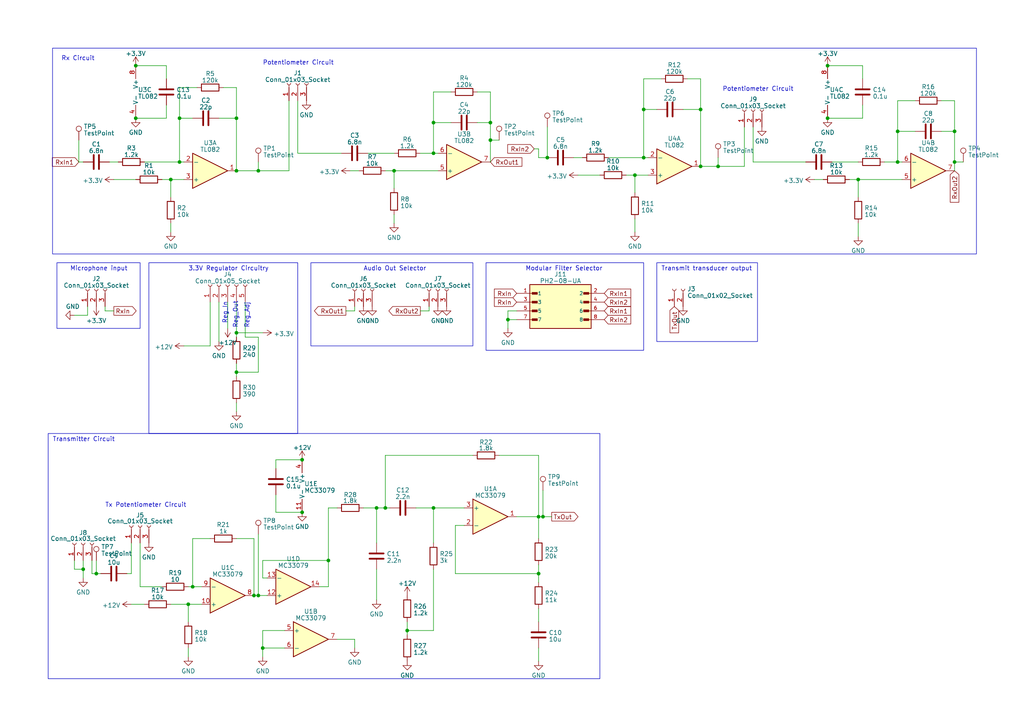
<source format=kicad_sch>
(kicad_sch (version 20230121) (generator eeschema)
  (paper "A4")
  (title_block (title "Ultrasonic Radar Module") (date "2024-09-08") (rev "v2") (company "UCT"))
  (lib_symbols
    (symbol "Amplifier_Operational:MC33079" (pin_names (offset 0.127))
      (property "Reference" "U" (at 0 5.08 0))
      (property "Value" "MC33079" (at 0 -5.08 0))
      (symbol "MC33079_1_1"
        (polyline (pts (xy -5.08 5.08) (xy 5.08 0) (xy -5.08 -5.08) (xy -5.08 5.08)) (stroke (width 0.254)) (fill (type background)))
        (pin output line (at 7.62 0 180) (length 2.54) (name "~") (number "1"))
        (pin input line (at -7.62 -2.54 0) (length 2.54) (name "-") (number "2"))
        (pin input line (at -7.62 2.54 0) (length 2.54) (name "+") (number "3"))
      )
      (symbol "MC33079_2_1"
        (polyline (pts (xy -5.08 5.08) (xy 5.08 0) (xy -5.08 -5.08) (xy -5.08 5.08)) (stroke (width 0.254)) (fill (type background)))
        (pin input line (at -7.62 2.54 0) (length 2.54) (name "+") (number "5"))
        (pin input line (at -7.62 -2.54 0) (length 2.54) (name "-") (number "6"))
        (pin output line (at 7.62 0 180) (length 2.54) (name "~") (number "7"))
      )
      (symbol "MC33079_3_1"
        (polyline (pts (xy -5.08 5.08) (xy 5.08 0) (xy -5.08 -5.08) (xy -5.08 5.08)) (stroke (width 0.254)) (fill (type background)))
        (pin input line (at -7.62 2.54 0) (length 2.54) (name "+") (number "10"))
        (pin output line (at 7.62 0 180) (length 2.54) (name "~") (number "8"))
        (pin input line (at -7.62 -2.54 0) (length 2.54) (name "-") (number "9"))
      )
      (symbol "MC33079_4_1"
        (polyline (pts (xy -5.08 5.08) (xy 5.08 0) (xy -5.08 -5.08) (xy -5.08 5.08)) (stroke (width 0.254)) (fill (type background)))
        (pin input line (at -7.62 2.54 0) (length 2.54) (name "+") (number "12"))
        (pin input line (at -7.62 -2.54 0) (length 2.54) (name "-") (number "13"))
        (pin output line (at 7.62 0 180) (length 2.54) (name "~") (number "14"))
      )
      (symbol "MC33079_5_1"
        (pin power_in line (at -2.54 -7.62 90) (length 3.81) (name "V-") (number "11"))
        (pin power_in line (at -2.54 7.62 270) (length 3.81) (name "V+") (number "4"))
      )
    )
    (symbol "Amplifier_Operational:TL082" (pin_names (offset 0.127))
      (property "Reference" "U" (at 0 5.08 0))
      (property "Value" "TL082" (at 0 -5.08 0))
      (symbol "TL082_1_1"
        (polyline (pts (xy -5.08 5.08) (xy 5.08 0) (xy -5.08 -5.08) (xy -5.08 5.08)) (stroke (width 0.254)) (fill (type background)))
        (pin output line (at 7.62 0 180) (length 2.54) (name "~") (number "1"))
        (pin input line (at -7.62 -2.54 0) (length 2.54) (name "-") (number "2"))
        (pin input line (at -7.62 2.54 0) (length 2.54) (name "+") (number "3"))
      )
      (symbol "TL082_2_1"
        (polyline (pts (xy -5.08 5.08) (xy 5.08 0) (xy -5.08 -5.08) (xy -5.08 5.08)) (stroke (width 0.254)) (fill (type background)))
        (pin input line (at -7.62 2.54 0) (length 2.54) (name "+") (number "5"))
        (pin input line (at -7.62 -2.54 0) (length 2.54) (name "-") (number "6"))
        (pin output line (at 7.62 0 180) (length 2.54) (name "~") (number "7"))
      )
      (symbol "TL082_3_1"
        (pin power_in line (at -2.54 -7.62 90) (length 3.81) (name "V-") (number "4"))
        (pin power_in line (at -2.54 7.62 270) (length 3.81) (name "V+") (number "8"))
      )
    )
    (symbol "Connector:Conn_01x02_Socket" (pin_names (offset 1.016) hide)
      (property "Reference" "J" (at 0 2.54 0))
      (property "Value" "Conn_01x02_Socket" (at 0 -5.08 0))
      (symbol "Conn_01x02_Socket_1_1"
        (arc (start 0 -2.032) (mid -0.5058 -2.54) (end 0 -3.048) (stroke (width 0.1524)))
        (polyline (pts (xy -1.27 -2.54) (xy -0.508 -2.54)) (stroke (width 0.1524)))
        (polyline (pts (xy -1.27 0) (xy -0.508 0)) (stroke (width 0.1524)))
        (arc (start 0 0.508) (mid -0.5058 0) (end 0 -0.508) (stroke (width 0.1524)))
        (pin passive line (at -5.08 0 0) (length 3.81) (name "Pin_1") (number "1"))
        (pin passive line (at -5.08 -2.54 0) (length 3.81) (name "Pin_2") (number "2"))
      )
    )
    (symbol "Connector:Conn_01x03_Socket" (pin_names (offset 1.016) hide)
      (property "Reference" "J" (at 0 5.08 0))
      (property "Value" "Conn_01x03_Socket" (at 0 -5.08 0))
      (symbol "Conn_01x03_Socket_1_1"
        (arc (start 0 -2.032) (mid -0.5058 -2.54) (end 0 -3.048) (stroke (width 0.1524)))
        (polyline (pts (xy -1.27 -2.54) (xy -0.508 -2.54)) (stroke (width 0.1524)))
        (polyline (pts (xy -1.27 0) (xy -0.508 0)) (stroke (width 0.1524)))
        (polyline (pts (xy -1.27 2.54) (xy -0.508 2.54)) (stroke (width 0.1524)))
        (arc (start 0 0.508) (mid -0.5058 0) (end 0 -0.508) (stroke (width 0.1524)))
        (arc (start 0 3.048) (mid -0.5058 2.54) (end 0 2.032) (stroke (width 0.1524)))
        (pin passive line (at -5.08 2.54 0) (length 3.81) (name "Pin_1") (number "1"))
        (pin passive line (at -5.08 0 0) (length 3.81) (name "Pin_2") (number "2"))
        (pin passive line (at -5.08 -2.54 0) (length 3.81) (name "Pin_3") (number "3"))
      )
    )
    (symbol "Connector:Conn_01x05_Socket" (pin_names (offset 1.016) hide)
      (property "Reference" "J" (at 0 7.62 0))
      (property "Value" "Conn_01x05_Socket" (at 0 -7.62 0))
      (symbol "Conn_01x05_Socket_1_1"
        (arc (start 0 -4.572) (mid -0.5058 -5.08) (end 0 -5.588) (stroke (width 0.1524)))
        (arc (start 0 -2.032) (mid -0.5058 -2.54) (end 0 -3.048) (stroke (width 0.1524)))
        (polyline (pts (xy -1.27 -5.08) (xy -0.508 -5.08)) (stroke (width 0.1524)))
        (polyline (pts (xy -1.27 -2.54) (xy -0.508 -2.54)) (stroke (width 0.1524)))
        (polyline (pts (xy -1.27 0) (xy -0.508 0)) (stroke (width 0.1524)))
        (polyline (pts (xy -1.27 2.54) (xy -0.508 2.54)) (stroke (width 0.1524)))
        (polyline (pts (xy -1.27 5.08) (xy -0.508 5.08)) (stroke (width 0.1524)))
        (arc (start 0 0.508) (mid -0.5058 0) (end 0 -0.508) (stroke (width 0.1524)))
        (arc (start 0 3.048) (mid -0.5058 2.54) (end 0 2.032) (stroke (width 0.1524)))
        (arc (start 0 5.588) (mid -0.5058 5.08) (end 0 4.572) (stroke (width 0.1524)))
        (pin passive line (at -5.08 5.08 0) (length 3.81) (name "Pin_1") (number "1"))
        (pin passive line (at -5.08 2.54 0) (length 3.81) (name "Pin_2") (number "2"))
        (pin passive line (at -5.08 0 0) (length 3.81) (name "Pin_3") (number "3"))
        (pin passive line (at -5.08 -2.54 0) (length 3.81) (name "Pin_4") (number "4"))
        (pin passive line (at -5.08 -5.08 0) (length 3.81) (name "Pin_5") (number "5"))
      )
    )
    (symbol "Connector:TestPoint" (pin_numbers hide) (pin_names (offset 0.762) hide)
      (property "Reference" "TP" (at 0 6.858 0))
      (property "Value" "TestPoint" (at 0 5.08 0))
      (symbol "TestPoint_0_1"
        (circle (center 0 3.302) (radius 0.762))
      )
      (symbol "TestPoint_1_1"
        (pin passive line (at 0 0 90) (length 2.54) (name "1") (number "1"))
      )
    )
    (symbol "Device:C" (pin_numbers hide) (pin_names (offset 0.254))
      (property "Reference" "C" (at 0.635 2.54 0))
      (property "Value" "C" (at 0.635 -2.54 0))
      (symbol "C_0_1"
        (polyline (pts (xy -2.032 -0.762) (xy 2.032 -0.762)) (stroke (width 0.508)))
        (polyline (pts (xy -2.032 0.762) (xy 2.032 0.762)) (stroke (width 0.508)))
      )
      (symbol "C_1_1"
        (pin passive line (at 0 3.81 270) (length 2.794) (name "~") (number "1"))
        (pin passive line (at 0 -3.81 90) (length 2.794) (name "~") (number "2"))
      )
    )
    (symbol "Device:R" (pin_numbers hide) (pin_names (offset 0))
      (property "Reference" "R" (at 2.032 0 90))
      (property "Value" "R" (at 0 0 90))
      (symbol "R_0_1"
        (rectangle (start -1.016 -2.54) (end 1.016 2.54) (stroke (width 0.254)))
      )
      (symbol "R_1_1"
        (pin passive line (at 0 3.81 270) (length 1.27) (name "~") (number "1"))
        (pin passive line (at 0 -3.81 90) (length 1.27) (name "~") (number "2"))
      )
    )
    (symbol "PH2-08-UA:PH2-08-UA" (pin_names (offset 1.016))
      (property "Reference" "J" (at -10.16 8.89 0))
      (property "Value" "PH2-08-UA" (at -10.16 -7.62 0))
      (symbol "PH2-08-UA_0_0"
        (rectangle (start -8.89 -5.08) (end 8.89 7.62) (stroke (width 0.254)) (fill (type background)))
        (rectangle (start -8.255 -2.8575) (end -6.6675 -2.2225) (stroke (width 0.1)) (fill (type outline)))
        (rectangle (start -8.255 -0.3175) (end -6.6675 0.3175) (stroke (width 0.1)) (fill (type outline)))
        (rectangle (start -8.255 2.2225) (end -6.6675 2.8575) (stroke (width 0.1)) (fill (type outline)))
        (rectangle (start -8.255 4.7625) (end -6.6675 5.3975) (stroke (width 0.1)) (fill (type outline)))
        (rectangle (start 6.6675 -2.8575) (end 8.255 -2.2225) (stroke (width 0.1)) (fill (type outline)))
        (rectangle (start 6.6675 -0.3175) (end 8.255 0.3175) (stroke (width 0.1)) (fill (type outline)))
        (rectangle (start 6.6675 2.2225) (end 8.255 2.8575) (stroke (width 0.1)) (fill (type outline)))
        (rectangle (start 6.6675 4.7625) (end 8.255 5.3975) (stroke (width 0.1)) (fill (type outline)))
        (pin passive line (at -12.7 5.08 0) (length 5.08) (name "1") (number "1"))
        (pin passive line (at 12.7 5.08 180) (length 5.08) (name "2") (number "2"))
        (pin passive line (at -12.7 2.54 0) (length 5.08) (name "3") (number "3"))
        (pin passive line (at 12.7 2.54 180) (length 5.08) (name "4") (number "4"))
        (pin passive line (at -12.7 0 0) (length 5.08) (name "5") (number "5"))
        (pin passive line (at 12.7 0 180) (length 5.08) (name "6") (number "6"))
        (pin passive line (at -12.7 -2.54 0) (length 5.08) (name "7") (number "7"))
        (pin passive line (at 12.7 -2.54 180) (length 5.08) (name "8") (number "8"))
      )
    )
    (symbol "power:+12V" (power) (pin_names (offset 0))
      (property "Value" "+12V" (at 0 3.556 0))
      (symbol "+12V_0_1"
        (polyline (pts (xy -0.762 1.27) (xy 0 2.54)))
        (polyline (pts (xy 0 0) (xy 0 2.54)))
        (polyline (pts (xy 0 2.54) (xy 0.762 1.27)))
      )
      (symbol "+12V_1_1"
        (pin power_in line (at 0 0 90) (length 0) hide (name "+12V") (number "1"))
      )
    )
    (symbol "power:+3.3V" (power) (pin_names (offset 0))
      (property "Value" "+3.3V" (at 0 3.556 0))
      (symbol "+3.3V_0_1"
        (polyline (pts (xy -0.762 1.27) (xy 0 2.54)))
        (polyline (pts (xy 0 0) (xy 0 2.54)))
        (polyline (pts (xy 0 2.54) (xy 0.762 1.27)))
      )
      (symbol "+3.3V_1_1"
        (pin power_in line (at 0 0 90) (length 0) hide (name "+3.3V") (number "1"))
      )
    )
    (symbol "power:GND" (power) (pin_names (offset 0))
      (property "Value" "GND" (at 0 -3.81 0))
      (symbol "GND_0_1"
        (polyline (pts (xy 0 0) (xy 0 -1.27) (xy 1.27 -1.27) (xy 0 -2.54) (xy -1.27 -1.27) (xy 0 -1.27)))
      )
      (symbol "GND_1_1"
        (pin power_in line (at 0 0 270) (length 0) hide (name "GND") (number "1"))
      )
    )
  )
  (junction (at 39.37 34.29))
  (junction (at 68.58 96.52))
  (junction (at 125.73 44.45))
  (junction (at 184.15 50.8))
  (junction (at 55.88 170.18))
  (junction (at 142.24 35.56))
  (junction (at 260.35 46.99))
  (junction (at 142.24 40.64))
  (junction (at 240.03 34.29))
  (junction (at 158.75 45.72))
  (junction (at 114.3 49.53))
  (junction (at 52.07 34.29))
  (junction (at 156.21 166.37))
  (junction (at 276.86 38.1))
  (junction (at 240.03 19.05))
  (junction (at 87.63 148.59))
  (junction (at 68.58 107.95))
  (junction (at 186.69 31.75))
  (junction (at 68.58 49.53))
  (junction (at 109.22 147.32))
  (junction (at 49.53 52.07))
  (junction (at 54.61 175.26))
  (junction (at 68.58 34.29))
  (junction (at 125.73 147.32))
  (junction (at 76.2 187.96))
  (junction (at 95.25 162.56))
  (junction (at 125.73 35.56))
  (junction (at 208.28 48.26))
  (junction (at 118.11 182.88))
  (junction (at 157.48 149.86))
  (junction (at 260.35 38.1))
  (junction (at 111.76 147.32))
  (junction (at 52.07 46.99))
  (junction (at 203.2 31.75))
  (junction (at 87.63 133.35))
  (junction (at 147.32 92.71))
  (junction (at 24.13 165.1))
  (junction (at 74.93 49.53))
  (junction (at 248.92 52.07))
  (junction (at 156.21 149.86))
  (junction (at 74.93 172.72))
  (junction (at 203.2 48.26))
  (junction (at 276.86 46.99))
  (junction (at 73.66 172.72))
  (junction (at 27.94 166.37))
  (junction (at 186.69 45.72))
  (junction (at 39.37 19.05))
  (wire (pts (xy 63.5 99.06) (xy 63.5 87.63)))
  (wire (pts (xy 184.15 50.8) (xy 184.15 55.88)))
  (wire (pts (xy 27.94 162.56) (xy 27.94 166.37)))
  (wire (pts (xy 73.66 156.21) (xy 73.66 172.72)))
  (wire (pts (xy 125.73 147.32) (xy 125.73 157.48)))
  (wire (pts (xy 218.44 36.83) (xy 218.44 46.99)))
  (wire (pts (xy 236.22 52.07) (xy 238.76 52.07)))
  (wire (pts (xy 250.19 19.05) (xy 250.19 22.86)))
  (wire (pts (xy 166.37 45.72) (xy 168.91 45.72)))
  (wire (pts (xy 186.69 22.86) (xy 186.69 31.75)))
  (wire (pts (xy 63.5 34.29) (xy 68.58 34.29)))
  (wire (pts (xy 33.02 52.07) (xy 39.37 52.07)))
  (wire (pts (xy 132.08 166.37) (xy 132.08 152.4)))
  (wire (pts (xy 276.86 29.21) (xy 276.86 38.1)))
  (wire (pts (xy 147.32 90.17) (xy 149.86 90.17)))
  (wire (pts (xy 157.48 149.86) (xy 160.02 149.86)))
  (wire (pts (xy 186.69 31.75) (xy 190.5 31.75)))
  (wire (pts (xy 208.28 45.72) (xy 208.28 48.26)))
  (wire (pts (xy 48.26 30.48) (xy 48.26 34.29)))
  (wire (pts (xy 80.01 133.35) (xy 87.63 133.35)))
  (wire (pts (xy 260.35 38.1) (xy 260.35 46.99)))
  (wire (pts (xy 138.43 35.56) (xy 142.24 35.56)))
  (wire (pts (xy 52.07 25.4) (xy 57.15 25.4)))
  (wire (pts (xy 248.92 52.07) (xy 248.92 57.15)))
  (wire (pts (xy 68.58 156.21) (xy 73.66 156.21)))
  (wire (pts (xy 46.99 52.07) (xy 49.53 52.07)))
  (wire (pts (xy 248.92 64.77) (xy 248.92 68.58)))
  (wire (pts (xy 125.73 44.45) (xy 127 44.45)))
  (wire (pts (xy 246.38 52.07) (xy 248.92 52.07)))
  (wire (pts (xy 276.86 38.1) (xy 276.86 46.99)))
  (wire (pts (xy 52.07 34.29) (xy 52.07 46.99)))
  (wire (pts (xy 68.58 87.63) (xy 68.58 96.52)))
  (wire (pts (xy 114.3 62.23) (xy 114.3 64.77)))
  (wire (pts (xy 60.96 87.63) (xy 60.96 100.33)))
  (wire (pts (xy 256.54 46.99) (xy 260.35 46.99)))
  (wire (pts (xy 105.41 147.32) (xy 109.22 147.32)))
  (wire (pts (xy 73.66 172.72) (xy 74.93 172.72)))
  (wire (pts (xy 74.93 46.99) (xy 74.93 49.53)))
  (wire (pts (xy 68.58 107.95) (xy 68.58 105.41)))
  (wire (pts (xy 156.21 187.96) (xy 156.21 191.77)))
  (wire (pts (xy 53.34 100.33) (xy 60.96 100.33)))
  (wire (pts (xy 142.24 40.64) (xy 142.24 46.99)))
  (wire (pts (xy 111.76 147.32) (xy 113.03 147.32)))
  (wire (pts (xy 24.13 162.56) (xy 24.13 165.1)))
  (wire (pts (xy 68.58 96.52) (xy 76.2 96.52)))
  (wire (pts (xy 26.67 162.56) (xy 26.67 166.37)))
  (wire (pts (xy 101.6 49.53) (xy 104.14 49.53)))
  (wire (pts (xy 71.12 87.63) (xy 71.12 97.79)))
  (wire (pts (xy 273.05 29.21) (xy 276.86 29.21)))
  (wire (pts (xy 240.03 19.05) (xy 250.19 19.05)))
  (wire (pts (xy 48.26 19.05) (xy 39.37 19.05)))
  (wire (pts (xy 86.36 44.45) (xy 99.06 44.45)))
  (wire (pts (xy 76.2 182.88) (xy 76.2 187.96)))
  (wire (pts (xy 156.21 163.83) (xy 156.21 166.37)))
  (wire (pts (xy 118.11 182.88) (xy 118.11 184.15)))
  (wire (pts (xy 83.82 29.21) (xy 83.82 49.53)))
  (wire (pts (xy 215.9 36.83) (xy 215.9 48.26)))
  (wire (pts (xy 132.08 152.4) (xy 134.62 152.4)))
  (wire (pts (xy 154.94 43.18) (xy 156.21 43.18)))
  (wire (pts (xy 125.73 147.32) (xy 134.62 147.32)))
  (wire (pts (xy 33.02 90.17) (xy 30.48 90.17)))
  (wire (pts (xy 95.25 147.32) (xy 95.25 162.56)))
  (wire (pts (xy 38.1 175.26) (xy 41.91 175.26)))
  (wire (pts (xy 22.86 40.64) (xy 22.86 46.99)))
  (wire (pts (xy 156.21 43.18) (xy 156.21 45.72)))
  (wire (pts (xy 158.75 36.83) (xy 158.75 45.72)))
  (wire (pts (xy 24.13 165.1) (xy 24.13 167.64)))
  (wire (pts (xy 147.32 92.71) (xy 147.32 90.17)))
  (wire (pts (xy 125.73 26.67) (xy 130.81 26.67)))
  (wire (pts (xy 118.11 180.34) (xy 118.11 182.88)))
  (wire (pts (xy 111.76 132.08) (xy 111.76 147.32)))
  (wire (pts (xy 38.1 157.48) (xy 38.1 166.37)))
  (wire (pts (xy 66.04 87.63) (xy 66.04 95.25)))
  (wire (pts (xy 26.67 166.37) (xy 27.94 166.37)))
  (wire (pts (xy 25.4 91.44) (xy 25.4 88.9)))
  (wire (pts (xy 125.73 165.1) (xy 125.73 182.88)))
  (wire (pts (xy 74.93 154.94) (xy 74.93 172.72)))
  (wire (pts (xy 76.2 167.64) (xy 77.47 167.64)))
  (wire (pts (xy 156.21 45.72) (xy 158.75 45.72)))
  (wire (pts (xy 203.2 48.26) (xy 208.28 48.26)))
  (wire (pts (xy 52.07 34.29) (xy 55.88 34.29)))
  (wire (pts (xy 86.36 29.21) (xy 86.36 44.45)))
  (wire (pts (xy 156.21 149.86) (xy 156.21 156.21)))
  (wire (pts (xy 82.55 182.88) (xy 76.2 182.88)))
  (wire (pts (xy 125.73 35.56) (xy 130.81 35.56)))
  (wire (pts (xy 76.2 187.96) (xy 82.55 187.96)))
  (wire (pts (xy 203.2 31.75) (xy 203.2 48.26)))
  (wire (pts (xy 208.28 48.26) (xy 215.9 48.26)))
  (wire (pts (xy 54.61 175.26) (xy 58.42 175.26)))
  (wire (pts (xy 80.01 143.51) (xy 80.01 148.59)))
  (wire (pts (xy 241.3 46.99) (xy 248.92 46.99)))
  (wire (pts (xy 157.48 142.24) (xy 157.48 149.86)))
  (wire (pts (xy 36.83 166.37) (xy 38.1 166.37)))
  (wire (pts (xy 260.35 46.99) (xy 261.62 46.99)))
  (wire (pts (xy 147.32 95.25) (xy 147.32 92.71)))
  (wire (pts (xy 147.32 92.71) (xy 149.86 92.71)))
  (wire (pts (xy 95.25 147.32) (xy 97.79 147.32)))
  (wire (pts (xy 260.35 29.21) (xy 260.35 38.1)))
  (wire (pts (xy 142.24 40.64) (xy 144.78 40.64)))
  (wire (pts (xy 41.91 46.99) (xy 52.07 46.99)))
  (wire (pts (xy 68.58 107.95) (xy 68.58 109.22)))
  (wire (pts (xy 125.73 35.56) (xy 125.73 44.45)))
  (wire (pts (xy 184.15 63.5) (xy 184.15 67.31)))
  (wire (pts (xy 248.92 52.07) (xy 261.62 52.07)))
  (wire (pts (xy 68.58 116.84) (xy 68.58 119.38)))
  (wire (pts (xy 118.11 182.88) (xy 125.73 182.88)))
  (wire (pts (xy 156.21 149.86) (xy 156.21 132.08)))
  (wire (pts (xy 48.26 19.05) (xy 48.26 22.86)))
  (wire (pts (xy 156.21 149.86) (xy 157.48 149.86)))
  (wire (pts (xy 156.21 166.37) (xy 156.21 168.91)))
  (wire (pts (xy 68.58 49.53) (xy 74.93 49.53)))
  (wire (pts (xy 250.19 30.48) (xy 250.19 34.29)))
  (wire (pts (xy 49.53 175.26) (xy 54.61 175.26)))
  (wire (pts (xy 54.61 187.96) (xy 54.61 190.5)))
  (wire (pts (xy 49.53 64.77) (xy 49.53 67.31)))
  (wire (pts (xy 142.24 35.56) (xy 142.24 40.64)))
  (wire (pts (xy 71.12 97.79) (xy 74.93 97.79)))
  (wire (pts (xy 181.61 50.8) (xy 184.15 50.8)))
  (wire (pts (xy 114.3 49.53) (xy 127 49.53)))
  (wire (pts (xy 49.53 52.07) (xy 53.34 52.07)))
  (wire (pts (xy 80.01 148.59) (xy 87.63 148.59)))
  (wire (pts (xy 109.22 147.32) (xy 111.76 147.32)))
  (wire (pts (xy 156.21 176.53) (xy 156.21 180.34)))
  (wire (pts (xy 102.87 185.42) (xy 102.87 187.96)))
  (wire (pts (xy 74.93 49.53) (xy 83.82 49.53)))
  (wire (pts (xy 40.64 170.18) (xy 46.99 170.18)))
  (wire (pts (xy 76.2 162.56) (xy 76.2 167.64)))
  (wire (pts (xy 64.77 25.4) (xy 68.58 25.4)))
  (wire (pts (xy 55.88 156.21) (xy 60.96 156.21)))
  (wire (pts (xy 260.35 38.1) (xy 265.43 38.1)))
  (wire (pts (xy 21.59 165.1) (xy 24.13 165.1)))
  (wire (pts (xy 276.86 46.99) (xy 279.4 46.99)))
  (wire (pts (xy 97.79 185.42) (xy 102.87 185.42)))
  (wire (pts (xy 52.07 25.4) (xy 52.07 34.29)))
  (wire (pts (xy 137.16 132.08) (xy 111.76 132.08)))
  (wire (pts (xy 124.46 90.17) (xy 124.46 88.9)))
  (wire (pts (xy 95.25 162.56) (xy 95.25 170.18)))
  (wire (pts (xy 102.87 90.17) (xy 102.87 88.9)))
  (wire (pts (xy 121.92 90.17) (xy 124.46 90.17)))
  (wire (pts (xy 125.73 26.67) (xy 125.73 35.56)))
  (wire (pts (xy 68.58 96.52) (xy 68.58 97.79)))
  (wire (pts (xy 156.21 166.37) (xy 132.08 166.37)))
  (wire (pts (xy 167.64 50.8) (xy 173.99 50.8)))
  (wire (pts (xy 68.58 25.4) (xy 68.58 34.29)))
  (wire (pts (xy 203.2 31.75) (xy 198.12 31.75)))
  (wire (pts (xy 48.26 34.29) (xy 39.37 34.29)))
  (wire (pts (xy 120.65 147.32) (xy 125.73 147.32)))
  (wire (pts (xy 55.88 170.18) (xy 55.88 156.21)))
  (wire (pts (xy 54.61 175.26) (xy 54.61 180.34)))
  (wire (pts (xy 27.94 166.37) (xy 29.21 166.37)))
  (wire (pts (xy 106.68 44.45) (xy 114.3 44.45)))
  (wire (pts (xy 49.53 52.07) (xy 49.53 57.15)))
  (wire (pts (xy 54.61 170.18) (xy 55.88 170.18)))
  (wire (pts (xy 92.71 170.18) (xy 95.25 170.18)))
  (wire (pts (xy 111.76 49.53) (xy 114.3 49.53)))
  (wire (pts (xy 76.2 187.96) (xy 76.2 190.5)))
  (wire (pts (xy 74.93 97.79) (xy 74.93 107.95)))
  (wire (pts (xy 176.53 45.72) (xy 186.69 45.72)))
  (wire (pts (xy 186.69 31.75) (xy 186.69 45.72)))
  (wire (pts (xy 203.2 22.86) (xy 203.2 31.75)))
  (wire (pts (xy 68.58 34.29) (xy 68.58 49.53)))
  (wire (pts (xy 22.86 46.99) (xy 24.13 46.99)))
  (wire (pts (xy 109.22 147.32) (xy 109.22 157.48)))
  (wire (pts (xy 186.69 45.72) (xy 187.96 45.72)))
  (wire (pts (xy 250.19 34.29) (xy 240.03 34.29)))
  (wire (pts (xy 276.86 46.99) (xy 276.86 49.53)))
  (wire (pts (xy 121.92 44.45) (xy 125.73 44.45)))
  (wire (pts (xy 260.35 29.21) (xy 265.43 29.21)))
  (wire (pts (xy 80.01 133.35) (xy 80.01 135.89)))
  (wire (pts (xy 21.59 162.56) (xy 21.59 165.1)))
  (wire (pts (xy 52.07 46.99) (xy 53.34 46.99)))
  (wire (pts (xy 199.39 22.86) (xy 203.2 22.86)))
  (wire (pts (xy 149.86 149.86) (xy 156.21 149.86)))
  (wire (pts (xy 40.64 157.48) (xy 40.64 170.18)))
  (wire (pts (xy 186.69 22.86) (xy 191.77 22.86)))
  (wire (pts (xy 218.44 46.99) (xy 233.68 46.99)))
  (wire (pts (xy 109.22 165.1) (xy 109.22 173.99)))
  (wire (pts (xy 184.15 50.8) (xy 187.96 50.8)))
  (wire (pts (xy 74.93 107.95) (xy 68.58 107.95)))
  (wire (pts (xy 74.93 172.72) (xy 77.47 172.72)))
  (wire (pts (xy 142.24 26.67) (xy 142.24 35.56)))
  (wire (pts (xy 30.48 90.17) (xy 30.48 88.9)))
  (wire (pts (xy 273.05 38.1) (xy 276.86 38.1)))
  (wire (pts (xy 31.75 46.99) (xy 34.29 46.99)))
  (wire (pts (xy 138.43 26.67) (xy 142.24 26.67)))
  (wire (pts (xy 76.2 162.56) (xy 95.25 162.56)))
  (wire (pts (xy 156.21 132.08) (xy 144.78 132.08)))
  (wire (pts (xy 114.3 49.53) (xy 114.3 54.61)))
  (wire (pts (xy 21.59 91.44) (xy 25.4 91.44)))
  (wire (pts (xy 100.33 90.17) (xy 102.87 90.17)))
  (wire (pts (xy 55.88 170.18) (xy 58.42 170.18)))
  (rectangle (start 43.18 76.2) (end 86.36 125.73))
  (rectangle (start 15.24 13.97) (end 283.21 73.66))
  (rectangle (start 90.17 76.2) (end 137.16 100.33))
  (rectangle (start 140.97 76.2) (end 186.69 101.6))
  (rectangle (start 16.51 76.2) (end 40.64 95.25))
  (rectangle (start 13.97 125.73) (end 173.99 196.85))
  (rectangle (start 190.5 76.2) (end 219.71 99.06))
  (text "Rx Circuit\n" (at 17.78 17.78 0) (effects (font (size 1.27 1.27)) (justify left bottom)))
  (text "Reg_In\n" (at 66.04 93.98 90) (effects (font (size 1.27 1.27)) (justify left bottom)))
  (text "Tx Potentiometer Circuit \n" (at 30.48 147.32 0) (effects (font (size 1.27 1.27)) (justify left bottom)))
  (text "Transmit transducer output\n" (at 191.77 78.74 0) (effects (font (size 1.27 1.27)) (justify left bottom)))
  (text "3.3V Regulator Circuitry\n" (at 54.61 78.74 0) (effects (font (size 1.27 1.27)) (justify left bottom)))
  (text "Potentiometer Circuit\n" (at 209.55 26.67 0) (effects (font (size 1.27 1.27)) (justify left bottom)))
  (text "Reg_Adj" (at 72.39 95.25 90) (effects (font (size 1.27 1.27)) (justify left bottom)))
  (text "Potentiometer Circuit\n" (at 76.2 19.05 0) (effects (font (size 1.27 1.27)) (justify left bottom)))
  (text "Modular Filter Selector\n" (at 152.4 78.74 0) (effects (font (size 1.27 1.27)) (justify left bottom)))
  (text "Microphone input\n" (at 20.32 78.74 0) (effects (font (size 1.27 1.27)) (justify left bottom)))
  (text "Reg_Out\n\n" (at 71.12 95.25 90) (effects (font (size 1.27 1.27)) (justify left bottom)))
  (text "Transmitter Circuit" (at 15.24 128.27 0) (effects (font (size 1.27 1.27)) (justify left bottom)))
  (text "Audio Out Selector\n" (at 105.41 78.74 0) (effects (font (size 1.27 1.27)) (justify left bottom)))
  (global_label "RxIn1" (shape input) (at 22.86 46.99 180) (property "Intersheetrefs" "${INTERSHEET_REFS}" (effects hide)))
  (global_label "RxIn" (shape input) (at 149.86 85.09 180) (property "Intersheetrefs" "${INTERSHEET_REFS}" (effects hide)))
  (global_label "TxOut" (shape input) (at 195.58 88.9 270) (property "Intersheetrefs" "${INTERSHEET_REFS}" (effects hide)))
  (global_label "TxOut" (shape output) (at 160.02 149.86 0) (property "Intersheetrefs" "${INTERSHEET_REFS}" (effects hide)))
  (global_label "RxOut2" (shape input) (at 276.86 49.53 270) (property "Intersheetrefs" "${INTERSHEET_REFS}" (effects hide)))
  (global_label "RxIn1" (shape input) (at 175.26 85.09 0) (property "Intersheetrefs" "${INTERSHEET_REFS}" (effects hide)))
  (global_label "RxIn" (shape input) (at 149.86 87.63 180) (property "Intersheetrefs" "${INTERSHEET_REFS}" (effects hide)))
  (global_label "RxIn1" (shape input) (at 175.26 90.17 0) (property "Intersheetrefs" "${INTERSHEET_REFS}" (effects hide)))
  (global_label "RxIn2" (shape input) (at 175.26 87.63 0) (property "Intersheetrefs" "${INTERSHEET_REFS}" (effects hide)))
  (global_label "RxIn2" (shape input) (at 154.94 43.18 180) (property "Intersheetrefs" "${INTERSHEET_REFS}" (effects hide)))
  (global_label "RxOut1" (shape input) (at 142.24 46.99 0) (property "Intersheetrefs" "${INTERSHEET_REFS}" (effects hide)))
  (global_label "RxIn2" (shape input) (at 175.26 92.71 0) (property "Intersheetrefs" "${INTERSHEET_REFS}" (effects hide)))
  (global_label "RxOut1" (shape output) (at 100.33 90.17 180) (property "Intersheetrefs" "${INTERSHEET_REFS}" (effects hide)))
  (global_label "RxOut2" (shape output) (at 121.92 90.17 180) (property "Intersheetrefs" "${INTERSHEET_REFS}" (effects hide)))
  (global_label "RxIn" (shape output) (at 33.02 90.17 0) (property "Intersheetrefs" "${INTERSHEET_REFS}" (effects hide)))
  (symbol (lib_id "Connector:Conn_01x05_Socket") (at 66.04 82.55 90) (unit 1)
    (property "Reference" "J4" (at 66.04 79.5909 90))
    (property "Value" "Conn_01x05_Socket" (at 66.04 81.5119 90))
    (property "Footprint" "Connector_PinSocket_1.00mm:PinSocket_1x05_P1.00mm_Vertical" (effects hide))
  )
  (symbol (lib_id "Connector:TestPoint") (at 208.28 45.72 0) (unit 1)
    (property "Reference" "TP3" (at 209.677 41.7743 0) (effects (justify left)))
    (property "Value" "TestPoint" (at 209.677 43.6953 0) (effects (justify left)))
    (property "Footprint" "TestPoint:TestPoint_Pad_D1.0mm" (effects hide))
  )
  (symbol (lib_id "Connector:Conn_01x03_Socket") (at 24.13 157.48 90) (unit 1)
    (property "Reference" "J8" (at 24.13 154.5209 90))
    (property "Value" "Conn_01x03_Socket" (at 24.13 156.21 90))
    (property "Footprint" "Connector_PinSocket_1.00mm:PinSocket_1x03_P1.00mm_Vertical" (effects hide))
  )
  (symbol (lib_id "power:+3.3V") (at 33.02 52.07 90) (unit 1)
    (property "Reference" "#PWR06" (effects hide))
    (property "Value" "+3.3V" (at 29.845 52.3868 90) (effects (justify left)))
  )
  (symbol (lib_id "power:GND") (at 39.37 34.29 0) (unit 1)
    (property "Reference" "#PWR038" (effects hide))
    (property "Value" "GND" (at 39.37 38.4255 0))
  )
  (symbol (lib_id "Device:C") (at 194.31 31.75 90) (unit 1)
    (property "Reference" "C6" (at 194.31 26.5811 90))
    (property "Value" "22p" (at 194.31 28.5021 90))
    (property "Footprint" "Capacitor_SMD:C_0805_2012Metric" (effects hide))
    (property "Part No." "C1804" (effects hide))
  )
  (symbol (lib_id "Device:R") (at 269.24 29.21 270) (unit 1)
    (property "Reference" "R16" (at 269.24 25.1841 90))
    (property "Value" "120k" (at 269.24 27.1051 90))
    (property "Footprint" "Resistor_SMD:R_0201_0603Metric" (effects hide))
    (property "Part No." "C25808" (effects hide))
  )
  (symbol (lib_id "Connector:Conn_01x03_Socket") (at 40.64 152.4 90) (unit 1)
    (property "Reference" "J5" (at 40.64 149.4409 90))
    (property "Value" "Conn_01x03_Socket" (at 40.64 151.13 90))
    (property "Footprint" "Connector_PinSocket_1.00mm:PinSocket_1x03_P1.00mm_Vertical" (effects hide))
  )
  (symbol (lib_id "Connector:Conn_01x03_Socket") (at 127 83.82 90) (unit 1)
    (property "Reference" "J7" (at 127 80.8609 90))
    (property "Value" "Conn_01x03_Socket" (at 127 82.7819 90))
    (property "Footprint" "Connector_PinSocket_1.00mm:PinSocket_1x03_P1.00mm_Vertical" (effects hide))
  )
  (symbol (lib_id "power:GND") (at 156.21 191.77 0) (unit 1)
    (property "Reference" "#PWR014" (effects hide))
    (property "Value" "GND" (at 156.21 195.9055 0))
  )
  (symbol (lib_id "PH2-08-UA:PH2-08-UA") (at 162.56 90.17 0) (unit 1)
    (property "Reference" "J11" (at 162.56 79.5401 0))
    (property "Value" "PH2-08-UA" (at 162.56 81.4611 0))
    (property "Footprint" "PH2_08_UA:ADAM_PH2-08-UA" (effects hide))
    (property "PARTREV" "4/4/05" (effects hide))
    (property "STANDARD" "Manufacturer Recommendations" (effects hide))
    (property "MAXIMUM_PACKAGE_HEIGHT" "8.5mm" (effects hide))
    (property "MANUFACTURER" "Adam Tech" (effects hide))
  )
  (symbol (lib_id "Device:R") (at 68.58 101.6 0) (unit 1)
    (property "Reference" "R29" (at 70.358 100.9563 0) (effects (justify left)))
    (property "Value" "240" (at 70.358 102.8773 0) (effects (justify left)))
    (property "Footprint" "Resistor_SMD:R_0805_2012Metric" (effects hide))
    (property "Part No." "C185292" (effects hide))
  )
  (symbol (lib_id "Device:R") (at 156.21 172.72 0) (unit 1)
    (property "Reference" "R24" (at 157.988 172.0763 0) (effects (justify left)))
    (property "Value" "11k" (at 157.988 173.9973 0) (effects (justify left)))
    (property "Footprint" "Resistor_SMD:R_0805_2012Metric" (effects hide))
    (property "Part No." "C103930" (effects hide))
  )
  (symbol (lib_id "power:+12V") (at 87.63 133.35 0) (unit 1)
    (property "Reference" "#PWR036" (effects hide))
    (property "Value" "+12V" (at 87.63 129.8481 0))
  )
  (symbol (lib_id "Connector:Conn_01x03_Socket") (at 86.36 24.13 90) (unit 1)
    (property "Reference" "J1" (at 86.36 21.1709 90))
    (property "Value" "Conn_01x03_Socket" (at 86.36 23.0919 90))
    (property "Footprint" "Connector_PinSocket_1.00mm:PinSocket_1x03_P1.00mm_Vertical" (effects hide))
  )
  (symbol (lib_id "Device:C") (at 116.84 147.32 90) (unit 1)
    (property "Reference" "C12" (at 116.84 142.1511 90))
    (property "Value" "2.2n" (at 116.84 144.0721 90))
    (property "Footprint" "Capacitor_SMD:C_0805_2012Metric" (effects hide))
    (property "Part No." "C28260" (effects hide))
  )
  (symbol (lib_id "Amplifier_Operational:TL082") (at 60.96 49.53 0) (mirror x) (unit 1)
    (property "Reference" "U3" (at 60.96 41.4401 0))
    (property "Value" "TL082" (at 60.96 43.3611 0))
    (property "Footprint" "TL082:SOIC127P600X175-8N" (effects hide))
    (property "Datasheet" "http://www.ti.com/lit/ds/symlink/tl081.pdf" (effects hide))
  )
  (symbol (lib_id "Device:R") (at 118.11 176.53 180) (unit 1)
    (property "Reference" "R26" (at 119.888 175.8863 0) (effects (justify right)))
    (property "Value" "1.2k" (at 119.888 177.8073 0) (effects (justify right)))
    (property "Footprint" "Resistor_SMD:R_0805_2012Metric" (effects hide))
    (property "Part No." "C17379" (effects hide))
  )
  (symbol (lib_id "Connector:TestPoint") (at 22.86 40.64 0) (unit 1)
    (property "Reference" "TP5" (at 24.257 36.6943 0) (effects (justify left)))
    (property "Value" "TestPoint" (at 24.257 38.6153 0) (effects (justify left)))
    (property "Footprint" "TestPoint:TestPoint_Pad_D1.0mm" (effects hide))
  )
  (symbol (lib_id "Device:R") (at 195.58 22.86 270) (unit 1)
    (property "Reference" "R12" (at 195.58 18.8341 90))
    (property "Value" "120k" (at 195.58 20.7551 90))
    (property "Footprint" "Resistor_SMD:R_0201_0603Metric" (effects hide))
    (property "Part No." "C25808" (effects hide))
  )
  (symbol (lib_id "power:GND") (at 54.61 190.5 0) (unit 1)
    (property "Reference" "#PWR013" (effects hide))
    (property "Value" "GND" (at 54.61 194.6355 0))
  )
  (symbol (lib_id "Amplifier_Operational:MC33079") (at 142.24 149.86 0) (unit 1)
    (property "Reference" "U1" (at 142.24 141.7701 0))
    (property "Value" "MC33079" (at 142.24 143.6911 0))
    (property "Footprint" "MC33079P:DIL14" (effects hide))
    (property "Datasheet" "https://www.onsemi.com/pub/Collateral/MC33078-D.PDF" (effects hide))
  )
  (symbol (lib_id "power:GND") (at 102.87 187.96 0) (unit 1)
    (property "Reference" "#PWR016" (effects hide))
    (property "Value" "GND" (at 102.87 192.0955 0))
  )
  (symbol (lib_id "Device:C") (at 237.49 46.99 90) (unit 1)
    (property "Reference" "C7" (at 237.49 41.8211 90))
    (property "Value" "6.8n" (at 237.49 43.7421 90))
    (property "Footprint" "Capacitor_SMD:C_0603_1608Metric" (effects hide))
    (property "Part No." "C1631" (effects hide))
  )
  (symbol (lib_id "power:GND") (at 68.58 119.38 0) (unit 1)
    (property "Reference" "#PWR025" (effects hide))
    (property "Value" "GND" (at 68.58 123.5155 0))
  )
  (symbol (lib_id "Device:R") (at 140.97 132.08 90) (unit 1)
    (property "Reference" "R22" (at 140.97 128.27 90))
    (property "Value" "1.8k" (at 140.97 129.9751 90))
    (property "Footprint" "Resistor_SMD:R_0201_0603Metric" (effects hide))
    (property "Part No." "C4177" (effects hide))
  )
  (symbol (lib_id "Amplifier_Operational:TL082") (at 195.58 48.26 0) (mirror x) (unit 1)
    (property "Reference" "U4" (at 195.58 40.1701 0))
    (property "Value" "TL082" (at 195.58 42.0911 0))
    (property "Footprint" "TL082:SOIC127P600X175-8N" (effects hide))
    (property "Datasheet" "http://www.ti.com/lit/ds/symlink/tl081.pdf" (effects hide))
  )
  (symbol (lib_id "power:GND") (at 118.11 191.77 0) (unit 1)
    (property "Reference" "#PWR012" (effects hide))
    (property "Value" "GND" (at 118.11 195.9055 0))
  )
  (symbol (lib_id "power:GND") (at 49.53 67.31 0) (unit 1)
    (property "Reference" "#PWR01" (effects hide))
    (property "Value" "GND" (at 49.53 71.4455 0))
  )
  (symbol (lib_id "Device:R") (at 118.11 44.45 270) (unit 1)
    (property "Reference" "R6" (at 118.11 40.4241 90))
    (property "Value" "1.2k" (at 118.11 42.3451 90))
    (property "Footprint" "Resistor_SMD:R_0805_2012Metric" (effects hide))
    (property "Part No." "C17379" (effects hide))
  )
  (symbol (lib_id "Device:C") (at 102.87 44.45 90) (unit 1)
    (property "Reference" "C3" (at 102.87 39.2811 90))
    (property "Value" "6.8n" (at 102.87 41.2021 90))
    (property "Footprint" "Capacitor_SMD:C_0603_1608Metric" (effects hide))
    (property "Part No." "C1631" (effects hide))
  )
  (symbol (lib_id "power:GND") (at 220.98 36.83 0) (unit 1)
    (property "Reference" "#PWR033" (effects hide))
    (property "Value" "GND" (at 220.98 40.9655 0))
  )
  (symbol (lib_id "power:+3.3V") (at 76.2 96.52 270) (unit 1)
    (property "Reference" "#PWR028" (effects hide))
    (property "Value" "+3.3V" (at 79.375 96.8368 90) (effects (justify left)))
  )
  (symbol (lib_id "Device:C") (at 156.21 184.15 0) (unit 1)
    (property "Reference" "C10" (at 159.131 183.5063 0) (effects (justify left)))
    (property "Value" "10u" (at 159.131 185.4273 0) (effects (justify left)))
    (property "Footprint" "Capacitor_SMD:C_0805_2012Metric" (effects hide))
    (property "Part No." "C15850" (effects hide))
  )
  (symbol (lib_id "Amplifier_Operational:MC33079") (at 85.09 170.18 0) (mirror x) (unit 4)
    (property "Reference" "U1" (at 85.09 162.0901 0))
    (property "Value" "MC33079" (at 85.09 164.0111 0))
    (property "Footprint" "MC33079P:DIL14" (effects hide))
    (property "Datasheet" "https://www.onsemi.com/pub/Collateral/MC33078-D.PDF" (effects hide))
  )
  (symbol (lib_id "Device:C") (at 59.69 34.29 90) (unit 1)
    (property "Reference" "C2" (at 59.69 29.1211 90))
    (property "Value" "22p" (at 59.69 31.0421 90))
    (property "Footprint" "Capacitor_SMD:C_0805_2012Metric" (effects hide))
    (property "Part No." "C1804" (effects hide))
  )
  (symbol (lib_id "Connector:TestPoint") (at 27.94 162.56 0) (unit 1)
    (property "Reference" "TP7" (at 29.337 158.6143 0) (effects (justify left)))
    (property "Value" "TestPoint" (at 29.337 160.5353 0) (effects (justify left)))
    (property "Footprint" "TestPoint:TestPoint_Pad_D1.0mm" (effects hide))
  )
  (symbol (lib_id "power:GND") (at 114.3 64.77 0) (unit 1)
    (property "Reference" "#PWR03" (effects hide))
    (property "Value" "GND" (at 114.3 68.9055 0))
  )
  (symbol (lib_id "power:GND") (at 127 88.9 0) (unit 1)
    (property "Reference" "#PWR031" (effects hide))
    (property "Value" "GND" (at 127 93.0355 0))
  )
  (symbol (lib_id "Amplifier_Operational:TL082") (at 134.62 46.99 0) (mirror x) (unit 2)
    (property "Reference" "U3" (at 134.62 38.9001 0))
    (property "Value" "TL082" (at 134.62 40.8211 0))
    (property "Footprint" "TL082:SOIC127P600X175-8N" (effects hide))
    (property "Datasheet" "http://www.ti.com/lit/ds/symlink/tl081.pdf" (effects hide))
  )
  (symbol (lib_id "Device:R") (at 177.8 50.8 270) (unit 1)
    (property "Reference" "R10" (at 177.8 46.7741 90))
    (property "Value" "10k" (at 177.8 48.6951 90))
    (property "Footprint" "Resistor_SMD:R_0805_2012Metric" (effects hide))
    (property "Part No." "C17414" (effects hide))
  )
  (symbol (lib_id "Device:R") (at 172.72 45.72 270) (unit 1)
    (property "Reference" "R9" (at 172.72 41.6941 90))
    (property "Value" "1.2k" (at 172.72 43.6151 90))
    (property "Footprint" "Resistor_SMD:R_0805_2012Metric" (effects hide))
    (property "Part No." "C17379" (effects hide))
  )
  (symbol (lib_id "Device:R") (at 45.72 175.26 270) (unit 1)
    (property "Reference" "R17" (at 45.72 171.2341 90))
    (property "Value" "10k" (at 45.72 173.1551 90))
    (property "Footprint" "Resistor_SMD:R_0805_2012Metric" (effects hide))
    (property "Part No." "C17414" (effects hide))
  )
  (symbol (lib_id "power:+3.3V") (at 167.64 50.8 90) (unit 1)
    (property "Reference" "#PWR08" (effects hide))
    (property "Value" "+3.3V" (at 164.465 51.1168 90) (effects (justify left)))
  )
  (symbol (lib_id "power:GND") (at 109.22 173.99 0) (unit 1)
    (property "Reference" "#PWR018" (effects hide))
    (property "Value" "GND" (at 109.22 178.1255 0))
  )
  (symbol (lib_id "Connector:TestPoint") (at 158.75 36.83 0) (unit 1)
    (property "Reference" "TP6" (at 160.147 32.8843 0) (effects (justify left)))
    (property "Value" "TestPoint" (at 160.147 34.8053 0) (effects (justify left)))
    (property "Footprint" "TestPoint:TestPoint_Pad_D1.0mm" (effects hide))
  )
  (symbol (lib_id "Device:C") (at 109.22 161.29 0) (unit 1)
    (property "Reference" "C11" (at 112.141 160.6463 0) (effects (justify left)))
    (property "Value" "2.2n" (at 112.141 162.5673 0) (effects (justify left)))
    (property "Footprint" "Capacitor_SMD:C_0805_2012Metric" (effects hide))
    (property "Part No." "C28260" (effects hide))
  )
  (symbol (lib_id "Device:R") (at 68.58 113.03 0) (unit 1)
    (property "Reference" "R30" (at 70.358 112.3863 0) (effects (justify left)))
    (property "Value" "390" (at 70.358 114.3073 0) (effects (justify left)))
    (property "Footprint" "Resistor_SMD:R_0805_2012Metric" (effects hide))
    (property "Part No." "C17655" (effects hide))
  )
  (symbol (lib_id "Connector:Conn_01x03_Socket") (at 105.41 83.82 90) (unit 1)
    (property "Reference" "J6" (at 105.41 80.8609 90))
    (property "Value" "Conn_01x03_Socket" (at 105.41 82.7819 90))
    (property "Footprint" "Connector_PinSocket_1.00mm:PinSocket_1x03_P1.00mm_Vertical" (effects hide))
  )
  (symbol (lib_id "power:GND") (at 129.54 88.9 0) (unit 1)
    (property "Reference" "#PWR032" (effects hide))
    (property "Value" "GND" (at 129.54 93.0355 0))
  )
  (symbol (lib_id "power:+12V") (at 66.04 95.25 180) (unit 1)
    (property "Reference" "#PWR026" (effects hide))
    (property "Value" "+12V" (at 66.04 99.3855 0))
  )
  (symbol (lib_id "power:GND") (at 198.12 88.9 0) (unit 1)
    (property "Reference" "#PWR022" (effects hide))
    (property "Value" "GND" (at 198.12 93.0355 0))
  )
  (symbol (lib_id "Device:R") (at 242.57 52.07 90) (unit 1)
    (property "Reference" "R13" (at 242.57 48.0441 90))
    (property "Value" "10k" (at 242.57 49.9651 90))
    (property "Footprint" "Resistor_SMD:R_0805_2012Metric" (effects hide))
    (property "Part No." "C17414" (effects hide))
  )
  (symbol (lib_id "Device:R") (at 107.95 49.53 90) (unit 1)
    (property "Reference" "R7" (at 107.95 45.5041 90))
    (property "Value" "10k" (at 107.95 47.4251 90))
    (property "Footprint" "Resistor_SMD:R_0805_2012Metric" (effects hide))
    (property "Part No." "C17414" (effects hide))
  )
  (symbol (lib_id "Device:R") (at 252.73 46.99 270) (unit 1)
    (property "Reference" "R15" (at 252.73 42.9641 90))
    (property "Value" "1.2k" (at 252.73 44.8851 90))
    (property "Footprint" "Resistor_SMD:R_0805_2012Metric" (effects hide))
    (property "Part No." "C17379" (effects hide))
  )
  (symbol (lib_id "Device:R") (at 50.8 170.18 90) (unit 1)
    (property "Reference" "R19" (at 50.8 166.1541 90))
    (property "Value" "10" (at 50.8 168.0751 90))
    (property "Footprint" "Resistor_SMD:R_0805_2012Metric" (effects hide))
    (property "Part No." "C17415" (effects hide))
  )
  (symbol (lib_id "Device:C") (at 134.62 35.56 90) (unit 1)
    (property "Reference" "C4" (at 134.62 30.3911 90))
    (property "Value" "22p" (at 134.62 32.3121 90))
    (property "Footprint" "Capacitor_SMD:C_0805_2012Metric" (effects hide))
    (property "Part No." "C1804" (effects hide))
  )
  (symbol (lib_id "Connector:TestPoint") (at 144.78 40.64 0) (unit 1)
    (property "Reference" "TP2" (at 146.177 36.6943 0) (effects (justify left)))
    (property "Value" "TestPoint" (at 146.177 38.6153 0) (effects (justify left)))
    (property "Footprint" "TestPoint:TestPoint_Pad_D1.0mm" (effects hide))
  )
  (symbol (lib_id "Amplifier_Operational:TL082") (at 269.24 49.53 0) (mirror x) (unit 2)
    (property "Reference" "U4" (at 269.24 41.4401 0))
    (property "Value" "TL082" (at 269.24 43.3611 0))
    (property "Footprint" "TL082:SOIC127P600X175-8N" (effects hide))
    (property "Datasheet" "http://www.ti.com/lit/ds/symlink/tl081.pdf" (effects hide))
  )
  (symbol (lib_id "Device:R") (at 134.62 26.67 270) (unit 1)
    (property "Reference" "R4" (at 134.62 22.6441 90))
    (property "Value" "120k" (at 134.62 24.5651 90))
    (property "Footprint" "Resistor_SMD:R_0201_0603Metric" (effects hide))
    (property "Part No." "C25808" (effects hide))
  )
  (symbol (lib_id "Device:C") (at 48.26 26.67 0) (unit 1)
    (property "Reference" "C13" (at 51.181 26.0263 0) (effects (justify left)))
    (property "Value" "0.1u" (at 51.181 27.9473 0) (effects (justify left)))
    (property "Footprint" "Capacitor_SMD:C_0805_2012Metric" (effects hide))
    (property "Part No." "C28233" (effects hide))
  )
  (symbol (lib_id "power:GND") (at 21.59 91.44 270) (unit 1)
    (property "Reference" "#PWR021" (effects hide))
    (property "Value" "GND" (at 19.05 88.9 90) (effects (justify left)))
  )
  (symbol (lib_id "Device:R") (at 184.15 59.69 180) (unit 1)
    (property "Reference" "R11" (at 185.928 59.0463 0) (effects (justify right)))
    (property "Value" "10k" (at 185.928 60.9673 0) (effects (justify right)))
    (property "Footprint" "Resistor_SMD:R_0805_2012Metric" (effects hide))
    (property "Part No." "C17414" (effects hide))
  )
  (symbol (lib_id "Device:C") (at 33.02 166.37 90) (unit 1)
    (property "Reference" "C9" (at 33.02 161.2011 90))
    (property "Value" "10u" (at 33.02 163.1221 90))
    (property "Footprint" "Capacitor_SMD:C_0805_2012Metric" (effects hide))
    (property "Part No." "C15850" (effects hide))
  )
  (symbol (lib_id "Connector:TestPoint") (at 74.93 154.94 0) (unit 1)
    (property "Reference" "TP8" (at 76.327 150.9943 0) (effects (justify left)))
    (property "Value" "TestPoint" (at 76.327 152.9153 0) (effects (justify left)))
    (property "Footprint" "TestPoint:TestPoint_Pad_D1.0mm" (effects hide))
  )
  (symbol (lib_id "Device:R") (at 125.73 161.29 180) (unit 1)
    (property "Reference" "R25" (at 127.508 160.6463 0) (effects (justify right)))
    (property "Value" "3k" (at 127.508 162.5673 0) (effects (justify right)))
    (property "Footprint" "Resistor_SMD:R_0805_2012Metric" (effects hide))
    (property "Part No." "C17661" (effects hide))
  )
  (symbol (lib_id "power:GND") (at 240.03 34.29 0) (unit 1)
    (property "Reference" "#PWR035" (effects hide))
    (property "Value" "GND" (at 240.03 38.4255 0))
  )
  (symbol (lib_id "Connector:TestPoint") (at 74.93 46.99 0) (unit 1)
    (property "Reference" "TP1" (at 76.327 43.0443 0) (effects (justify left)))
    (property "Value" "TestPoint" (at 76.327 44.9653 0) (effects (justify left)))
    (property "Footprint" "TestPoint:TestPoint_Pad_D1.0mm" (effects hide))
  )
  (symbol (lib_id "Amplifier_Operational:MC33079") (at 85.09 140.97 0) (mirror y) (unit 5)
    (property "Reference" "U1" (at 88.265 140.3263 0) (effects (justify right)))
    (property "Value" "MC33079" (at 88.265 142.2473 0) (effects (justify right)))
    (property "Footprint" "MC33079P:DIL14" (effects hide))
    (property "Datasheet" "https://www.onsemi.com/pub/Collateral/MC33078-D.PDF" (effects hide))
  )
  (symbol (lib_id "power:GND") (at 63.5 99.06 0) (unit 1)
    (property "Reference" "#PWR024" (effects hide))
    (property "Value" "GND" (at 63.5 103.1955 0))
  )
  (symbol (lib_id "power:GND") (at 88.9 29.21 0) (unit 1)
    (property "Reference" "#PWR04" (effects hide))
    (property "Value" "GND" (at 88.9 33.3455 0))
  )
  (symbol (lib_id "Device:R") (at 43.18 52.07 270) (unit 1)
    (property "Reference" "R1" (at 43.18 48.0441 90))
    (property "Value" "10k" (at 43.18 49.9651 90))
    (property "Footprint" "Resistor_SMD:R_0805_2012Metric" (effects hide))
    (property "Part No." "C17414" (effects hide))
  )
  (symbol (lib_id "power:+3.3V") (at 236.22 52.07 90) (unit 1)
    (property "Reference" "#PWR010" (effects hide))
    (property "Value" "+3.3V" (at 233.045 52.3868 90) (effects (justify left)))
  )
  (symbol (lib_id "power:+3.3V") (at 101.6 49.53 90) (unit 1)
    (property "Reference" "#PWR07" (effects hide))
    (property "Value" "+3.3V" (at 98.425 49.8468 90) (effects (justify left)))
  )
  (symbol (lib_id "power:+3.3V") (at 240.03 19.05 0) (unit 1)
    (property "Reference" "#PWR034" (effects hide))
    (property "Value" "+3.3V" (at 240.03 15.5481 0))
  )
  (symbol (lib_id "Device:R") (at 118.11 187.96 180) (unit 1)
    (property "Reference" "R27" (at 119.888 187.3163 0) (effects (justify right)))
    (property "Value" "1.2k" (at 119.888 189.2373 0) (effects (justify right)))
    (property "Footprint" "Resistor_SMD:R_0805_2012Metric" (effects hide))
    (property "Part No." "C17379" (effects hide))
  )
  (symbol (lib_id "Connector:Conn_01x02_Socket") (at 195.58 83.82 90) (unit 1)
    (property "Reference" "J3" (at 199.3392 83.8113 90) (effects (justify right)))
    (property "Value" "Conn_01x02_Socket" (at 199.3392 85.7323 90) (effects (justify right)))
    (property "Footprint" "Connector_PinSocket_1.00mm:PinSocket_1x02_P1.00mm_Vertical" (effects hide))
  )
  (symbol (lib_id "power:+3.3V") (at 39.37 19.05 0) (unit 1)
    (property "Reference" "#PWR05" (effects hide))
    (property "Value" "+3.3V" (at 39.37 15.5481 0))
  )
  (symbol (lib_id "Device:R") (at 54.61 184.15 180) (unit 1)
    (property "Reference" "R18" (at 56.388 183.5063 0) (effects (justify right)))
    (property "Value" "10k" (at 56.388 185.4273 0) (effects (justify right)))
    (property "Footprint" "Resistor_SMD:R_0805_2012Metric" (effects hide))
    (property "Part No." "C17414" (effects hide))
  )
  (symbol (lib_id "Device:R") (at 114.3 58.42 180) (unit 1)
    (property "Reference" "R8" (at 116.078 57.7763 0) (effects (justify right)))
    (property "Value" "10k" (at 116.078 59.6973 0) (effects (justify right)))
    (property "Footprint" "Resistor_SMD:R_0805_2012Metric" (effects hide))
    (property "Part No." "C17414" (effects hide))
  )
  (symbol (lib_id "power:GND") (at 147.32 95.25 0) (unit 1)
    (property "Reference" "#PWR040" (effects hide))
    (property "Value" "GND" (at 147.32 99.3855 0))
  )
  (symbol (lib_id "Amplifier_Operational:MC33079") (at 90.17 185.42 0) (unit 2)
    (property "Reference" "U1" (at 90.17 177.3301 0))
    (property "Value" "MC33079" (at 90.17 179.2511 0))
    (property "Footprint" "MC33079P:DIL14" (effects hide))
    (property "Datasheet" "https://www.onsemi.com/pub/Collateral/MC33078-D.PDF" (effects hide))
  )
  (symbol (lib_id "power:GND") (at 43.18 157.48 0) (unit 1)
    (property "Reference" "#PWR027" (effects hide))
    (property "Value" "GND" (at 43.18 161.6155 0))
  )
  (symbol (lib_id "Amplifier_Operational:TL082") (at 237.49 26.67 0) (mirror y) (unit 3)
    (property "Reference" "U4" (at 240.665 26.0263 0) (effects (justify right)))
    (property "Value" "TL082" (at 240.665 27.9473 0) (effects (justify right)))
    (property "Footprint" "TL082:SOIC127P600X175-8N" (effects hide))
    (property "Datasheet" "http://www.ti.com/lit/ds/symlink/tl081.pdf" (effects hide))
  )
  (symbol (lib_id "Connector:Conn_01x03_Socket") (at 27.94 83.82 90) (unit 1)
    (property "Reference" "J2" (at 27.94 80.8609 90))
    (property "Value" "Conn_01x03_Socket" (at 27.94 82.7819 90))
    (property "Footprint" "Connector_PinSocket_1.00mm:PinSocket_1x03_P1.00mm_Vertical" (effects hide))
  )
  (symbol (lib_id "Device:R") (at 38.1 46.99 270) (unit 1)
    (property "Reference" "R3" (at 38.1 42.9641 90))
    (property "Value" "1.2k" (at 38.1 44.8851 90))
    (property "Footprint" "Resistor_SMD:R_0805_2012Metric" (effects hide))
    (property "Part No." "C17379" (effects hide))
  )
  (symbol (lib_id "power:+12V") (at 118.11 172.72 0) (unit 1)
    (property "Reference" "#PWR015" (effects hide))
    (property "Value" "+12V" (at 118.11 169.2181 0))
  )
  (symbol (lib_id "Device:R") (at 156.21 160.02 0) (unit 1)
    (property "Reference" "R23" (at 157.988 159.3763 0) (effects (justify left)))
    (property "Value" "20k" (at 157.988 161.2973 0) (effects (justify left)))
    (property "Footprint" "Resistor_SMD:R_0805_2012Metric" (effects hide))
    (property "Part No." "C4328" (effects hide))
  )
  (symbol (lib_id "Device:R") (at 248.92 60.96 180) (unit 1)
    (property "Reference" "R14" (at 250.698 60.3163 0) (effects (justify right)))
    (property "Value" "10k" (at 250.698 62.2373 0) (effects (justify right)))
    (property "Footprint" "Resistor_SMD:R_0805_2012Metric" (effects hide))
    (property "Part No." "C17414" (effects hide))
  )
  (symbol (lib_id "Device:C") (at 250.19 26.67 0) (unit 1)
    (property "Reference" "C14" (at 253.111 26.0263 0) (effects (justify left)))
    (property "Value" "0.1u" (at 253.111 27.9473 0) (effects (justify left)))
    (property "Footprint" "Capacitor_SMD:C_0805_2012Metric" (effects hide))
    (property "Part No." "C28233" (effects hide))
  )
  (symbol (lib_id "Device:C") (at 269.24 38.1 90) (unit 1)
    (property "Reference" "C8" (at 269.24 32.9311 90))
    (property "Value" "22p" (at 269.24 34.8521 90))
    (property "Footprint" "Capacitor_SMD:C_0805_2012Metric" (effects hide))
    (property "Part No." "C1804" (effects hide))
  )
  (symbol (lib_id "power:GND") (at 24.13 167.64 0) (unit 1)
    (property "Reference" "#PWR039" (effects hide))
    (property "Value" "GND" (at 24.13 171.7755 0))
  )
  (symbol (lib_id "Device:R") (at 101.6 147.32 90) (unit 1)
    (property "Reference" "R28" (at 101.6 143.51 90))
    (property "Value" "1.8k" (at 101.6 145.2151 90))
    (property "Footprint" "Resistor_SMD:R_0201_0603Metric" (effects hide))
    (property "Part No." "C4177" (effects hide))
  )
  (symbol (lib_id "Amplifier_Operational:TL082") (at 36.83 26.67 0) (mirror y) (unit 3)
    (property "Reference" "U3" (at 40.005 26.0263 0) (effects (justify right)))
    (property "Value" "TL082" (at 40.005 27.9473 0) (effects (justify right)))
    (property "Footprint" "TL082:SOIC127P600X175-8N" (effects hide))
    (property "Datasheet" "http://www.ti.com/lit/ds/symlink/tl081.pdf" (effects hide))
  )
  (symbol (lib_id "Amplifier_Operational:MC33079") (at 66.04 172.72 0) (mirror x) (unit 3)
    (property "Reference" "U1" (at 66.04 164.6301 0))
    (property "Value" "MC33079" (at 66.04 166.5511 0))
    (property "Footprint" "MC33079P:DIL14" (effects hide))
    (property "Datasheet" "https://www.onsemi.com/pub/Collateral/MC33078-D.PDF" (effects hide))
  )
  (symbol (lib_id "power:+12V") (at 38.1 175.26 90) (unit 1)
    (property "Reference" "#PWR019" (effects hide))
    (property "Value" "+12V" (at 34.925 175.5768 90) (effects (justify left)))
  )
  (symbol (lib_id "Device:C") (at 162.56 45.72 90) (unit 1)
    (property "Reference" "C5" (at 162.56 40.5511 90))
    (property "Value" "6.8n" (at 162.56 42.4721 90))
    (property "Footprint" "Capacitor_SMD:C_0603_1608Metric" (effects hide))
    (property "Part No." "C1631" (effects hide))
  )
  (symbol (lib_id "Device:R") (at 60.96 25.4 270) (unit 1)
    (property "Reference" "R5" (at 60.96 21.3741 90))
    (property "Value" "120k" (at 60.96 23.2951 90))
    (property "Footprint" "Resistor_SMD:R_0201_0603Metric" (effects hide))
    (property "Part No." "C25808" (effects hide))
  )
  (symbol (lib_id "power:GND") (at 105.41 88.9 0) (unit 1)
    (property "Reference" "#PWR029" (effects hide))
    (property "Value" "GND" (at 105.41 93.0355 0))
  )
  (symbol (lib_id "Connector:TestPoint") (at 279.4 46.99 0) (unit 1)
    (property "Reference" "TP4" (at 280.797 43.0443 0) (effects (justify left)))
    (property "Value" "TestPoint" (at 280.797 44.9653 0) (effects (justify left)))
    (property "Footprint" "TestPoint:TestPoint_Pad_D1.0mm" (effects hide))
  )
  (symbol (lib_id "power:+12V") (at 53.34 100.33 90) (unit 1)
    (property "Reference" "#PWR023" (effects hide))
    (property "Value" "+12V" (at 50.165 100.6468 90) (effects (justify left)))
  )
  (symbol (lib_id "power:GND") (at 87.63 148.59 0) (unit 1)
    (property "Reference" "#PWR037" (effects hide))
    (property "Value" "GND" (at 87.63 152.7255 0))
  )
  (symbol (lib_id "Device:R") (at 49.53 60.96 180) (unit 1)
    (property "Reference" "R2" (at 51.308 60.3163 0) (effects (justify right)))
    (property "Value" "10k" (at 51.308 62.2373 0) (effects (justify right)))
    (property "Footprint" "Resistor_SMD:R_0805_2012Metric" (effects hide))
    (property "Part No." "C17414" (effects hide))
  )
  (symbol (lib_id "Device:R") (at 64.77 156.21 90) (unit 1)
    (property "Reference" "R21" (at 64.77 152.1841 90))
    (property "Value" "1k" (at 64.77 154.1051 90))
    (property "Footprint" "Resistor_SMD:R_0805_2012Metric" (effects hide))
    (property "Part No." "C17513" (effects hide))
  )
  (symbol (lib_id "power:GND") (at 184.15 67.31 0) (unit 1)
    (property "Reference" "#PWR09" (effects hide))
    (property "Value" "GND" (at 184.15 71.4455 0))
  )
  (symbol (lib_id "power:GND") (at 107.95 88.9 0) (unit 1)
    (property "Reference" "#PWR030" (effects hide))
    (property "Value" "GND" (at 107.95 93.0355 0))
  )
  (symbol (lib_id "power:GND") (at 76.2 190.5 0) (unit 1)
    (property "Reference" "#PWR017" (effects hide))
    (property "Value" "GND" (at 76.2 194.6355 0))
  )
  (symbol (lib_id "power:GND") (at 248.92 68.58 0) (unit 1)
    (property "Reference" "#PWR011" (effects hide))
    (property "Value" "GND" (at 248.92 72.7155 0))
  )
  (symbol (lib_id "Device:C") (at 80.01 139.7 0) (unit 1)
    (property "Reference" "C15" (at 82.931 139.0563 0) (effects (justify left)))
    (property "Value" "0.1u" (at 82.931 140.9773 0) (effects (justify left)))
    (property "Footprint" "Capacitor_SMD:C_0805_2012Metric" (effects hide))
    (property "Part No." "C28233" (effects hide))
  )
  (symbol (lib_id "Device:C") (at 27.94 46.99 90) (unit 1)
    (property "Reference" "C1" (at 27.94 41.8211 90))
    (property "Value" "6.8n" (at 27.94 43.7421 90))
    (property "Footprint" "Capacitor_SMD:C_0603_1608Metric" (effects hide))
    (property "Part No." "C1631" (effects hide))
  )
  (symbol (lib_id "Connector:Conn_01x03_Socket") (at 218.44 31.75 90) (unit 1)
    (property "Reference" "J9" (at 218.44 28.7909 90))
    (property "Value" "Conn_01x03_Socket" (at 218.44 30.7119 90))
    (property "Footprint" "Connector_PinSocket_1.00mm:PinSocket_1x03_P1.00mm_Vertical" (effects hide))
  )
  (symbol (lib_id "power:+3.3V") (at 27.94 88.9 180) (unit 1)
    (property "Reference" "#PWR020" (effects hide))
    (property "Value" "+3.3V" (at 27.94 93.0355 0))
  )
  (symbol (lib_id "Connector:TestPoint") (at 157.48 142.24 0) (unit 1)
    (property "Reference" "TP9" (at 158.877 138.2943 0) (effects (justify left)))
    (property "Value" "TestPoint" (at 158.877 140.2153 0) (effects (justify left)))
    (property "Footprint" "TestPoint:TestPoint_Pad_D1.0mm" (effects hide))
  )
)
</source>
